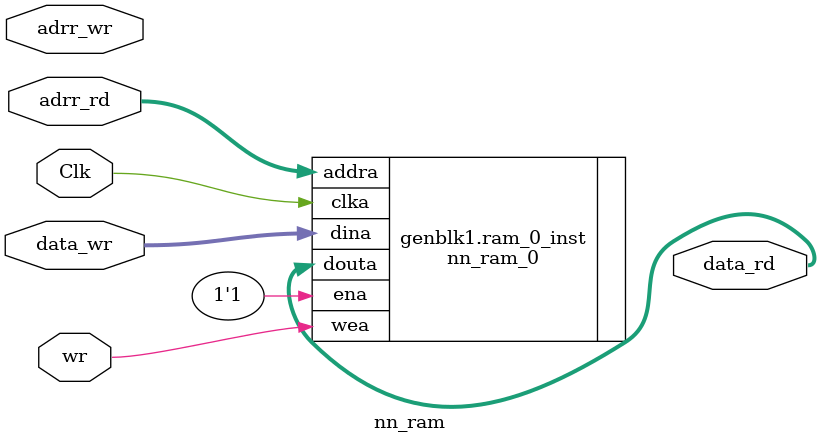
<source format=sv>

  module nn_ram
 #(
	parameter block = 0,
	parameter bw 	= 32,
	parameter aw 	= 8 //160 pixl 
 )
 (
	input [aw-1:0] adrr_wr,
	input [bw-1:0] data_wr,
	input wr,

	input  [aw-1:0] adrr_rd,
	output [bw-1:0] data_rd,

	input Clk
 );
 
`ifdef sim

 string s;
 (* ram_style = "block" *) reg  [bw-1:0] ram [(2**aw)-1:0];
 
  initial
  begin
    s = $sformatf("../output_files/RAMblock%0d.hex", block);
    $readmemh(s, ram);
  end
 
 always @(posedge Clk) begin
	if (wr) ram[adrr_wr] <= data_wr;
 end
 
 assign data_rd = ram[adrr_rd];
`else
 generate
	if(block == 0)
		nn_ram_0  ram_0_inst(
							  .clka(Clk),
							  .ena(1'b1),
							  .wea(wr),
							  .addra(adrr_rd),
							  .dina(data_wr),
							  .douta(data_rd)
							);
	else if (block == 1)
		nn_ram_1  ram_1_inst(
							  .clka(Clk),
							  .ena(1'b1),
							  .wea(wr),
							  .addra(adrr_rd),
							  .dina(data_wr),
							  .douta(data_rd)
							);	
	else if (block == 2)
		nn_ram_2  ram_2_inst(
							  .clka(Clk),
							  .ena(1'b1),
							  .wea(wr),
							  .addra(adrr_rd),
							  .dina(data_wr),
							  .douta(data_rd)
							);	
	else 
		nn_ram_3  ram_3_inst(
							  .clka(Clk),
							  .ena(1'b1),
							  .wea(wr),
							  .addra(adrr_rd),
							  .dina(data_wr),
							  .douta(data_rd)
							);								
 endgenerate
`endif
 
 endmodule
 
</source>
